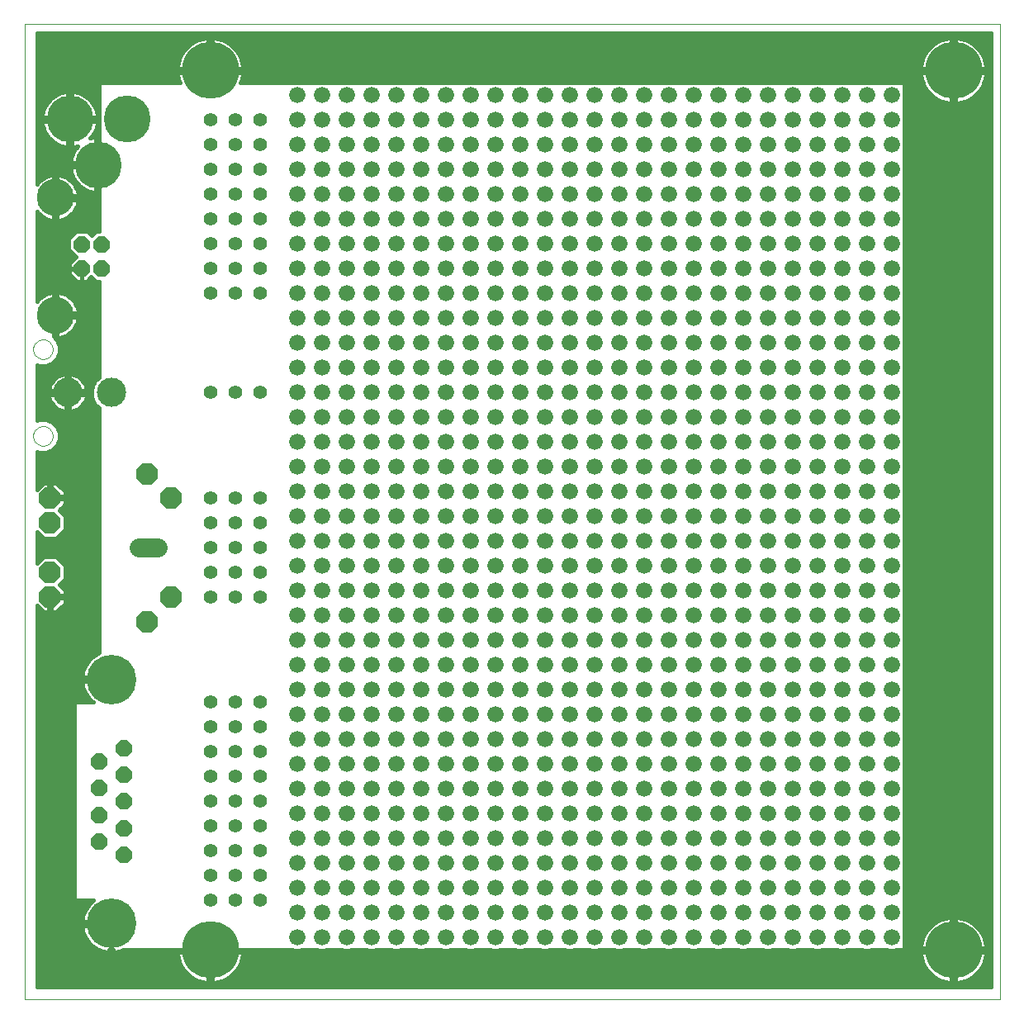
<source format=gtl>
G75*
%MOIN*%
%OFA0B0*%
%FSLAX24Y24*%
%IPPOS*%
%LPD*%
%AMOC8*
5,1,8,0,0,1.08239X$1,22.5*
%
%ADD10C,0.0000*%
%ADD11C,0.1890*%
%ADD12OC8,0.0660*%
%ADD13C,0.2000*%
%ADD14C,0.2300*%
%ADD15C,0.0560*%
%ADD16C,0.0780*%
%ADD17OC8,0.0860*%
%ADD18C,0.1500*%
%ADD19C,0.0660*%
%ADD20C,0.1181*%
%ADD21C,0.0160*%
D10*
X003680Y000100D02*
X003680Y039470D01*
X043050Y039470D01*
X043050Y000100D01*
X003680Y000100D01*
X004036Y022850D02*
X004038Y022889D01*
X004044Y022928D01*
X004054Y022966D01*
X004067Y023003D01*
X004084Y023038D01*
X004104Y023072D01*
X004128Y023103D01*
X004155Y023132D01*
X004184Y023158D01*
X004216Y023181D01*
X004250Y023201D01*
X004286Y023217D01*
X004323Y023229D01*
X004362Y023238D01*
X004401Y023243D01*
X004440Y023244D01*
X004479Y023241D01*
X004518Y023234D01*
X004555Y023223D01*
X004592Y023209D01*
X004627Y023191D01*
X004660Y023170D01*
X004691Y023145D01*
X004719Y023118D01*
X004744Y023088D01*
X004766Y023055D01*
X004785Y023021D01*
X004800Y022985D01*
X004812Y022947D01*
X004820Y022909D01*
X004824Y022870D01*
X004824Y022830D01*
X004820Y022791D01*
X004812Y022753D01*
X004800Y022715D01*
X004785Y022679D01*
X004766Y022645D01*
X004744Y022612D01*
X004719Y022582D01*
X004691Y022555D01*
X004660Y022530D01*
X004627Y022509D01*
X004592Y022491D01*
X004555Y022477D01*
X004518Y022466D01*
X004479Y022459D01*
X004440Y022456D01*
X004401Y022457D01*
X004362Y022462D01*
X004323Y022471D01*
X004286Y022483D01*
X004250Y022499D01*
X004216Y022519D01*
X004184Y022542D01*
X004155Y022568D01*
X004128Y022597D01*
X004104Y022628D01*
X004084Y022662D01*
X004067Y022697D01*
X004054Y022734D01*
X004044Y022772D01*
X004038Y022811D01*
X004036Y022850D01*
X004036Y026350D02*
X004038Y026389D01*
X004044Y026428D01*
X004054Y026466D01*
X004067Y026503D01*
X004084Y026538D01*
X004104Y026572D01*
X004128Y026603D01*
X004155Y026632D01*
X004184Y026658D01*
X004216Y026681D01*
X004250Y026701D01*
X004286Y026717D01*
X004323Y026729D01*
X004362Y026738D01*
X004401Y026743D01*
X004440Y026744D01*
X004479Y026741D01*
X004518Y026734D01*
X004555Y026723D01*
X004592Y026709D01*
X004627Y026691D01*
X004660Y026670D01*
X004691Y026645D01*
X004719Y026618D01*
X004744Y026588D01*
X004766Y026555D01*
X004785Y026521D01*
X004800Y026485D01*
X004812Y026447D01*
X004820Y026409D01*
X004824Y026370D01*
X004824Y026330D01*
X004820Y026291D01*
X004812Y026253D01*
X004800Y026215D01*
X004785Y026179D01*
X004766Y026145D01*
X004744Y026112D01*
X004719Y026082D01*
X004691Y026055D01*
X004660Y026030D01*
X004627Y026009D01*
X004592Y025991D01*
X004555Y025977D01*
X004518Y025966D01*
X004479Y025959D01*
X004440Y025956D01*
X004401Y025957D01*
X004362Y025962D01*
X004323Y025971D01*
X004286Y025983D01*
X004250Y025999D01*
X004216Y026019D01*
X004184Y026042D01*
X004155Y026068D01*
X004128Y026097D01*
X004104Y026128D01*
X004084Y026162D01*
X004067Y026197D01*
X004054Y026234D01*
X004044Y026272D01*
X004038Y026311D01*
X004036Y026350D01*
D11*
X006656Y033789D03*
X005515Y035639D03*
X007837Y035639D03*
D12*
X006784Y030592D03*
X005997Y030592D03*
X005997Y029608D03*
X006784Y029608D03*
X007680Y010260D03*
X007680Y009180D03*
X006680Y008640D03*
X006680Y007560D03*
X007680Y007020D03*
X007680Y005940D03*
X006680Y006480D03*
X007680Y008100D03*
X006680Y009720D03*
D13*
X007180Y013030D03*
X007180Y003170D03*
D14*
X011180Y002100D03*
X041180Y002100D03*
X041180Y037600D03*
X011180Y037600D03*
D15*
X011180Y035600D03*
X011180Y034600D03*
X011180Y033600D03*
X011180Y032600D03*
X011180Y031600D03*
X011180Y030600D03*
X011180Y029600D03*
X011180Y028600D03*
X012180Y028600D03*
X012180Y029600D03*
X013180Y029600D03*
X013180Y028600D03*
X013180Y030600D03*
X013180Y031600D03*
X012180Y031600D03*
X012180Y030600D03*
X012180Y032600D03*
X012180Y033600D03*
X013180Y033600D03*
X013180Y032600D03*
X013180Y034600D03*
X013180Y035600D03*
X012180Y035600D03*
X012180Y034600D03*
X012180Y024600D03*
X013180Y024600D03*
X011180Y024600D03*
X011180Y020350D03*
X011180Y019350D03*
X011180Y018350D03*
X011180Y017350D03*
X011180Y016350D03*
X012180Y016350D03*
X012180Y017350D03*
X013180Y017350D03*
X013180Y016350D03*
X013180Y018350D03*
X013180Y019350D03*
X012180Y019350D03*
X012180Y018350D03*
X012180Y020350D03*
X013180Y020350D03*
X013180Y012100D03*
X013180Y011100D03*
X012180Y011100D03*
X012180Y012100D03*
X011180Y012100D03*
X011180Y011100D03*
X011180Y010100D03*
X011180Y009100D03*
X011180Y008100D03*
X011180Y007100D03*
X011180Y006100D03*
X011180Y005100D03*
X011180Y004100D03*
X012180Y004100D03*
X012180Y005100D03*
X013180Y005100D03*
X013180Y004100D03*
X013180Y006100D03*
X013180Y007100D03*
X012180Y007100D03*
X012180Y006100D03*
X012180Y008100D03*
X012180Y009100D03*
X013180Y009100D03*
X013180Y008100D03*
X013180Y010100D03*
X012180Y010100D03*
D16*
X009062Y018350D02*
X008282Y018350D01*
D17*
X009593Y016350D03*
X008633Y015350D03*
X004711Y016350D03*
X004711Y017350D03*
X004711Y019350D03*
X004711Y020350D03*
X008633Y021311D03*
X009593Y020350D03*
D18*
X004930Y027730D03*
X004930Y032470D03*
D19*
X014680Y032600D03*
X014680Y033600D03*
X015680Y033600D03*
X015680Y032600D03*
X016680Y032600D03*
X016680Y033600D03*
X017680Y033600D03*
X017680Y032600D03*
X017680Y031600D03*
X017680Y030600D03*
X016680Y030600D03*
X016680Y031600D03*
X015680Y031600D03*
X015680Y030600D03*
X014680Y030600D03*
X014680Y031600D03*
X014680Y029600D03*
X014680Y028600D03*
X015680Y028600D03*
X015680Y029600D03*
X016680Y029600D03*
X016680Y028600D03*
X017680Y028600D03*
X017680Y029600D03*
X018680Y029600D03*
X018680Y028600D03*
X019680Y028600D03*
X019680Y029600D03*
X020680Y029600D03*
X020680Y028600D03*
X020680Y027600D03*
X020680Y026600D03*
X019680Y026600D03*
X019680Y027600D03*
X018680Y027600D03*
X018680Y026600D03*
X018680Y025600D03*
X018680Y024600D03*
X019680Y024600D03*
X019680Y025600D03*
X020680Y025600D03*
X020680Y024600D03*
X020680Y023600D03*
X020680Y022600D03*
X019680Y022600D03*
X019680Y023600D03*
X018680Y023600D03*
X018680Y022600D03*
X018680Y021600D03*
X018680Y020600D03*
X019680Y020600D03*
X019680Y021600D03*
X020680Y021600D03*
X020680Y020600D03*
X020680Y019600D03*
X020680Y018600D03*
X019680Y018600D03*
X019680Y019600D03*
X018680Y019600D03*
X018680Y018600D03*
X018680Y017600D03*
X019680Y017600D03*
X020680Y017600D03*
X020680Y016600D03*
X020680Y015600D03*
X019680Y015600D03*
X019680Y016600D03*
X018680Y016600D03*
X018680Y015600D03*
X018680Y014600D03*
X018680Y013600D03*
X019680Y013600D03*
X019680Y014600D03*
X020680Y014600D03*
X020680Y013600D03*
X020680Y012600D03*
X020680Y011600D03*
X019680Y011600D03*
X019680Y012600D03*
X018680Y012600D03*
X018680Y011600D03*
X018680Y010600D03*
X018680Y009600D03*
X019680Y009600D03*
X019680Y010600D03*
X020680Y010600D03*
X020680Y009600D03*
X020680Y008600D03*
X020680Y007600D03*
X019680Y007600D03*
X019680Y008600D03*
X018680Y008600D03*
X018680Y007600D03*
X018680Y006600D03*
X018680Y005600D03*
X019680Y005600D03*
X019680Y006600D03*
X020680Y006600D03*
X020680Y005600D03*
X020680Y004600D03*
X020680Y003600D03*
X019680Y003600D03*
X019680Y004600D03*
X018680Y004600D03*
X018680Y003600D03*
X018680Y002600D03*
X019680Y002600D03*
X020680Y002600D03*
X021680Y002600D03*
X022680Y002600D03*
X023680Y002600D03*
X023680Y003600D03*
X023680Y004600D03*
X022680Y004600D03*
X022680Y003600D03*
X021680Y003600D03*
X021680Y004600D03*
X021680Y005600D03*
X021680Y006600D03*
X022680Y006600D03*
X022680Y005600D03*
X023680Y005600D03*
X023680Y006600D03*
X023680Y007600D03*
X023680Y008600D03*
X022680Y008600D03*
X022680Y007600D03*
X021680Y007600D03*
X021680Y008600D03*
X021680Y009600D03*
X021680Y010600D03*
X022680Y010600D03*
X022680Y009600D03*
X023680Y009600D03*
X023680Y010600D03*
X023680Y011600D03*
X023680Y012600D03*
X022680Y012600D03*
X022680Y011600D03*
X021680Y011600D03*
X021680Y012600D03*
X021680Y013600D03*
X021680Y014600D03*
X022680Y014600D03*
X022680Y013600D03*
X023680Y013600D03*
X023680Y014600D03*
X023680Y015600D03*
X023680Y016600D03*
X022680Y016600D03*
X022680Y015600D03*
X021680Y015600D03*
X021680Y016600D03*
X021680Y017600D03*
X022680Y017600D03*
X023680Y017600D03*
X023680Y018600D03*
X023680Y019600D03*
X022680Y019600D03*
X022680Y018600D03*
X021680Y018600D03*
X021680Y019600D03*
X021680Y020600D03*
X021680Y021600D03*
X022680Y021600D03*
X022680Y020600D03*
X023680Y020600D03*
X023680Y021600D03*
X023680Y022600D03*
X023680Y023600D03*
X022680Y023600D03*
X022680Y022600D03*
X021680Y022600D03*
X021680Y023600D03*
X021680Y024600D03*
X021680Y025600D03*
X022680Y025600D03*
X022680Y024600D03*
X023680Y024600D03*
X023680Y025600D03*
X023680Y026600D03*
X023680Y027600D03*
X022680Y027600D03*
X022680Y026600D03*
X021680Y026600D03*
X021680Y027600D03*
X021680Y028600D03*
X021680Y029600D03*
X022680Y029600D03*
X022680Y028600D03*
X023680Y028600D03*
X023680Y029600D03*
X023680Y030600D03*
X023680Y031600D03*
X022680Y031600D03*
X022680Y030600D03*
X021680Y030600D03*
X021680Y031600D03*
X021680Y032600D03*
X021680Y033600D03*
X022680Y033600D03*
X022680Y032600D03*
X023680Y032600D03*
X023680Y033600D03*
X023680Y034600D03*
X023680Y035600D03*
X022680Y035600D03*
X022680Y034600D03*
X021680Y034600D03*
X021680Y035600D03*
X021680Y036600D03*
X022680Y036600D03*
X023680Y036600D03*
X024680Y036600D03*
X025680Y036600D03*
X026680Y036600D03*
X026680Y035600D03*
X026680Y034600D03*
X025680Y034600D03*
X025680Y035600D03*
X024680Y035600D03*
X024680Y034600D03*
X024680Y033600D03*
X024680Y032600D03*
X025680Y032600D03*
X025680Y033600D03*
X026680Y033600D03*
X026680Y032600D03*
X026680Y031600D03*
X026680Y030600D03*
X025680Y030600D03*
X025680Y031600D03*
X024680Y031600D03*
X024680Y030600D03*
X024680Y029600D03*
X024680Y028600D03*
X025680Y028600D03*
X025680Y029600D03*
X026680Y029600D03*
X026680Y028600D03*
X026680Y027600D03*
X026680Y026600D03*
X025680Y026600D03*
X025680Y027600D03*
X024680Y027600D03*
X024680Y026600D03*
X024680Y025600D03*
X024680Y024600D03*
X025680Y024600D03*
X025680Y025600D03*
X026680Y025600D03*
X026680Y024600D03*
X026680Y023600D03*
X026680Y022600D03*
X025680Y022600D03*
X025680Y023600D03*
X024680Y023600D03*
X024680Y022600D03*
X024680Y021600D03*
X024680Y020600D03*
X025680Y020600D03*
X025680Y021600D03*
X026680Y021600D03*
X026680Y020600D03*
X026680Y019600D03*
X026680Y018600D03*
X025680Y018600D03*
X025680Y019600D03*
X024680Y019600D03*
X024680Y018600D03*
X024680Y017600D03*
X025680Y017600D03*
X026680Y017600D03*
X026680Y016600D03*
X026680Y015600D03*
X025680Y015600D03*
X025680Y016600D03*
X024680Y016600D03*
X024680Y015600D03*
X024680Y014600D03*
X024680Y013600D03*
X025680Y013600D03*
X025680Y014600D03*
X026680Y014600D03*
X026680Y013600D03*
X026680Y012600D03*
X026680Y011600D03*
X025680Y011600D03*
X025680Y012600D03*
X024680Y012600D03*
X024680Y011600D03*
X024680Y010600D03*
X024680Y009600D03*
X025680Y009600D03*
X025680Y010600D03*
X026680Y010600D03*
X026680Y009600D03*
X026680Y008600D03*
X026680Y007600D03*
X025680Y007600D03*
X025680Y008600D03*
X024680Y008600D03*
X024680Y007600D03*
X024680Y006600D03*
X024680Y005600D03*
X025680Y005600D03*
X025680Y006600D03*
X026680Y006600D03*
X026680Y005600D03*
X026680Y004600D03*
X026680Y003600D03*
X025680Y003600D03*
X025680Y004600D03*
X024680Y004600D03*
X024680Y003600D03*
X024680Y002600D03*
X025680Y002600D03*
X026680Y002600D03*
X027680Y002600D03*
X028680Y002600D03*
X029680Y002600D03*
X029680Y003600D03*
X029680Y004600D03*
X028680Y004600D03*
X028680Y003600D03*
X027680Y003600D03*
X027680Y004600D03*
X027680Y005600D03*
X027680Y006600D03*
X028680Y006600D03*
X028680Y005600D03*
X029680Y005600D03*
X029680Y006600D03*
X029680Y007600D03*
X029680Y008600D03*
X028680Y008600D03*
X028680Y007600D03*
X027680Y007600D03*
X027680Y008600D03*
X027680Y009600D03*
X027680Y010600D03*
X028680Y010600D03*
X028680Y009600D03*
X029680Y009600D03*
X029680Y010600D03*
X029680Y011600D03*
X029680Y012600D03*
X028680Y012600D03*
X028680Y011600D03*
X027680Y011600D03*
X027680Y012600D03*
X027680Y013600D03*
X027680Y014600D03*
X028680Y014600D03*
X028680Y013600D03*
X029680Y013600D03*
X029680Y014600D03*
X029680Y015600D03*
X029680Y016600D03*
X028680Y016600D03*
X028680Y015600D03*
X027680Y015600D03*
X027680Y016600D03*
X027680Y017600D03*
X028680Y017600D03*
X029680Y017600D03*
X029680Y018600D03*
X029680Y019600D03*
X028680Y019600D03*
X028680Y018600D03*
X027680Y018600D03*
X027680Y019600D03*
X027680Y020600D03*
X027680Y021600D03*
X028680Y021600D03*
X028680Y020600D03*
X029680Y020600D03*
X029680Y021600D03*
X029680Y022600D03*
X029680Y023600D03*
X028680Y023600D03*
X028680Y022600D03*
X027680Y022600D03*
X027680Y023600D03*
X027680Y024600D03*
X027680Y025600D03*
X028680Y025600D03*
X028680Y024600D03*
X029680Y024600D03*
X029680Y025600D03*
X029680Y026600D03*
X029680Y027600D03*
X028680Y027600D03*
X028680Y026600D03*
X027680Y026600D03*
X027680Y027600D03*
X027680Y028600D03*
X027680Y029600D03*
X028680Y029600D03*
X028680Y028600D03*
X029680Y028600D03*
X029680Y029600D03*
X029680Y030600D03*
X029680Y031600D03*
X028680Y031600D03*
X028680Y030600D03*
X027680Y030600D03*
X027680Y031600D03*
X027680Y032600D03*
X027680Y033600D03*
X028680Y033600D03*
X028680Y032600D03*
X029680Y032600D03*
X029680Y033600D03*
X029680Y034600D03*
X029680Y035600D03*
X028680Y035600D03*
X028680Y034600D03*
X027680Y034600D03*
X027680Y035600D03*
X027680Y036600D03*
X028680Y036600D03*
X029680Y036600D03*
X030680Y036600D03*
X031680Y036600D03*
X032680Y036600D03*
X032680Y035600D03*
X032680Y034600D03*
X031680Y034600D03*
X031680Y035600D03*
X030680Y035600D03*
X030680Y034600D03*
X030680Y033600D03*
X030680Y032600D03*
X031680Y032600D03*
X031680Y033600D03*
X032680Y033600D03*
X032680Y032600D03*
X032680Y031600D03*
X032680Y030600D03*
X031680Y030600D03*
X031680Y031600D03*
X030680Y031600D03*
X030680Y030600D03*
X030680Y029600D03*
X030680Y028600D03*
X031680Y028600D03*
X031680Y029600D03*
X032680Y029600D03*
X032680Y028600D03*
X032680Y027600D03*
X032680Y026600D03*
X031680Y026600D03*
X031680Y027600D03*
X030680Y027600D03*
X030680Y026600D03*
X030680Y025600D03*
X030680Y024600D03*
X031680Y024600D03*
X031680Y025600D03*
X032680Y025600D03*
X032680Y024600D03*
X032680Y023600D03*
X032680Y022600D03*
X031680Y022600D03*
X031680Y023600D03*
X030680Y023600D03*
X030680Y022600D03*
X030680Y021600D03*
X030680Y020600D03*
X031680Y020600D03*
X031680Y021600D03*
X032680Y021600D03*
X032680Y020600D03*
X032680Y019600D03*
X032680Y018600D03*
X031680Y018600D03*
X031680Y019600D03*
X030680Y019600D03*
X030680Y018600D03*
X030680Y017600D03*
X031680Y017600D03*
X032680Y017600D03*
X032680Y016600D03*
X032680Y015600D03*
X031680Y015600D03*
X031680Y016600D03*
X030680Y016600D03*
X030680Y015600D03*
X030680Y014600D03*
X030680Y013600D03*
X031680Y013600D03*
X031680Y014600D03*
X032680Y014600D03*
X032680Y013600D03*
X032680Y012600D03*
X032680Y011600D03*
X031680Y011600D03*
X031680Y012600D03*
X030680Y012600D03*
X030680Y011600D03*
X030680Y010600D03*
X030680Y009600D03*
X031680Y009600D03*
X031680Y010600D03*
X032680Y010600D03*
X032680Y009600D03*
X032680Y008600D03*
X032680Y007600D03*
X031680Y007600D03*
X031680Y008600D03*
X030680Y008600D03*
X030680Y007600D03*
X030680Y006600D03*
X030680Y005600D03*
X031680Y005600D03*
X031680Y006600D03*
X032680Y006600D03*
X032680Y005600D03*
X032680Y004600D03*
X032680Y003600D03*
X031680Y003600D03*
X031680Y004600D03*
X030680Y004600D03*
X030680Y003600D03*
X030680Y002600D03*
X031680Y002600D03*
X032680Y002600D03*
X033680Y002600D03*
X034680Y002600D03*
X035680Y002600D03*
X035680Y003600D03*
X035680Y004600D03*
X034680Y004600D03*
X034680Y003600D03*
X033680Y003600D03*
X033680Y004600D03*
X033680Y005600D03*
X033680Y006600D03*
X034680Y006600D03*
X034680Y005600D03*
X035680Y005600D03*
X035680Y006600D03*
X035680Y007600D03*
X035680Y008600D03*
X034680Y008600D03*
X034680Y007600D03*
X033680Y007600D03*
X033680Y008600D03*
X033680Y009600D03*
X033680Y010600D03*
X034680Y010600D03*
X034680Y009600D03*
X035680Y009600D03*
X035680Y010600D03*
X035680Y011600D03*
X035680Y012600D03*
X034680Y012600D03*
X034680Y011600D03*
X033680Y011600D03*
X033680Y012600D03*
X033680Y013600D03*
X033680Y014600D03*
X034680Y014600D03*
X034680Y013600D03*
X035680Y013600D03*
X035680Y014600D03*
X035680Y015600D03*
X035680Y016600D03*
X034680Y016600D03*
X034680Y015600D03*
X033680Y015600D03*
X033680Y016600D03*
X033680Y017600D03*
X034680Y017600D03*
X035680Y017600D03*
X035680Y018600D03*
X035680Y019600D03*
X034680Y019600D03*
X034680Y018600D03*
X033680Y018600D03*
X033680Y019600D03*
X033680Y020600D03*
X033680Y021600D03*
X034680Y021600D03*
X034680Y020600D03*
X035680Y020600D03*
X035680Y021600D03*
X035680Y022600D03*
X035680Y023600D03*
X034680Y023600D03*
X034680Y022600D03*
X033680Y022600D03*
X033680Y023600D03*
X033680Y024600D03*
X033680Y025600D03*
X034680Y025600D03*
X034680Y024600D03*
X035680Y024600D03*
X035680Y025600D03*
X035680Y026600D03*
X035680Y027600D03*
X034680Y027600D03*
X034680Y026600D03*
X033680Y026600D03*
X033680Y027600D03*
X033680Y028600D03*
X033680Y029600D03*
X034680Y029600D03*
X034680Y028600D03*
X035680Y028600D03*
X035680Y029600D03*
X035680Y030600D03*
X035680Y031600D03*
X034680Y031600D03*
X034680Y030600D03*
X033680Y030600D03*
X033680Y031600D03*
X033680Y032600D03*
X033680Y033600D03*
X034680Y033600D03*
X034680Y032600D03*
X035680Y032600D03*
X035680Y033600D03*
X035680Y034600D03*
X035680Y035600D03*
X034680Y035600D03*
X034680Y034600D03*
X033680Y034600D03*
X033680Y035600D03*
X033680Y036600D03*
X034680Y036600D03*
X035680Y036600D03*
X036680Y036600D03*
X037680Y036600D03*
X038680Y036600D03*
X038680Y035600D03*
X038680Y034600D03*
X037680Y034600D03*
X037680Y035600D03*
X036680Y035600D03*
X036680Y034600D03*
X036680Y033600D03*
X036680Y032600D03*
X037680Y032600D03*
X037680Y033600D03*
X038680Y033600D03*
X038680Y032600D03*
X038680Y031600D03*
X038680Y030600D03*
X037680Y030600D03*
X037680Y031600D03*
X036680Y031600D03*
X036680Y030600D03*
X036680Y029600D03*
X036680Y028600D03*
X037680Y028600D03*
X037680Y029600D03*
X038680Y029600D03*
X038680Y028600D03*
X038680Y027600D03*
X038680Y026600D03*
X037680Y026600D03*
X037680Y027600D03*
X036680Y027600D03*
X036680Y026600D03*
X036680Y025600D03*
X036680Y024600D03*
X037680Y024600D03*
X037680Y025600D03*
X038680Y025600D03*
X038680Y024600D03*
X038680Y023600D03*
X038680Y022600D03*
X037680Y022600D03*
X037680Y023600D03*
X036680Y023600D03*
X036680Y022600D03*
X036680Y021600D03*
X036680Y020600D03*
X037680Y020600D03*
X037680Y021600D03*
X038680Y021600D03*
X038680Y020600D03*
X038680Y019600D03*
X038680Y018600D03*
X037680Y018600D03*
X037680Y019600D03*
X036680Y019600D03*
X036680Y018600D03*
X036680Y017600D03*
X037680Y017600D03*
X038680Y017600D03*
X038680Y016600D03*
X038680Y015600D03*
X037680Y015600D03*
X037680Y016600D03*
X036680Y016600D03*
X036680Y015600D03*
X036680Y014600D03*
X036680Y013600D03*
X037680Y013600D03*
X037680Y014600D03*
X038680Y014600D03*
X038680Y013600D03*
X038680Y012600D03*
X038680Y011600D03*
X037680Y011600D03*
X037680Y012600D03*
X036680Y012600D03*
X036680Y011600D03*
X036680Y010600D03*
X036680Y009600D03*
X037680Y009600D03*
X037680Y010600D03*
X038680Y010600D03*
X038680Y009600D03*
X038680Y008600D03*
X038680Y007600D03*
X037680Y007600D03*
X037680Y008600D03*
X036680Y008600D03*
X036680Y007600D03*
X036680Y006600D03*
X036680Y005600D03*
X037680Y005600D03*
X037680Y006600D03*
X038680Y006600D03*
X038680Y005600D03*
X038680Y004600D03*
X038680Y003600D03*
X037680Y003600D03*
X037680Y004600D03*
X036680Y004600D03*
X036680Y003600D03*
X036680Y002600D03*
X037680Y002600D03*
X038680Y002600D03*
X017680Y002600D03*
X016680Y002600D03*
X015680Y002600D03*
X014680Y002600D03*
X014680Y003600D03*
X014680Y004600D03*
X015680Y004600D03*
X015680Y003600D03*
X016680Y003600D03*
X016680Y004600D03*
X017680Y004600D03*
X017680Y003600D03*
X017680Y005600D03*
X017680Y006600D03*
X016680Y006600D03*
X016680Y005600D03*
X015680Y005600D03*
X015680Y006600D03*
X014680Y006600D03*
X014680Y005600D03*
X014680Y007600D03*
X014680Y008600D03*
X015680Y008600D03*
X015680Y007600D03*
X016680Y007600D03*
X016680Y008600D03*
X017680Y008600D03*
X017680Y007600D03*
X017680Y009600D03*
X017680Y010600D03*
X016680Y010600D03*
X016680Y009600D03*
X015680Y009600D03*
X015680Y010600D03*
X014680Y010600D03*
X014680Y009600D03*
X014680Y011600D03*
X014680Y012600D03*
X015680Y012600D03*
X015680Y011600D03*
X016680Y011600D03*
X016680Y012600D03*
X017680Y012600D03*
X017680Y011600D03*
X017680Y013600D03*
X017680Y014600D03*
X016680Y014600D03*
X016680Y013600D03*
X015680Y013600D03*
X015680Y014600D03*
X014680Y014600D03*
X014680Y013600D03*
X014680Y015600D03*
X014680Y016600D03*
X015680Y016600D03*
X015680Y015600D03*
X016680Y015600D03*
X016680Y016600D03*
X017680Y016600D03*
X017680Y015600D03*
X017680Y017600D03*
X016680Y017600D03*
X015680Y017600D03*
X014680Y017600D03*
X014680Y018600D03*
X014680Y019600D03*
X015680Y019600D03*
X015680Y018600D03*
X016680Y018600D03*
X016680Y019600D03*
X017680Y019600D03*
X017680Y018600D03*
X017680Y020600D03*
X017680Y021600D03*
X016680Y021600D03*
X016680Y020600D03*
X015680Y020600D03*
X015680Y021600D03*
X014680Y021600D03*
X014680Y020600D03*
X014680Y022600D03*
X014680Y023600D03*
X015680Y023600D03*
X015680Y022600D03*
X016680Y022600D03*
X016680Y023600D03*
X017680Y023600D03*
X017680Y022600D03*
X017680Y024600D03*
X017680Y025600D03*
X016680Y025600D03*
X016680Y024600D03*
X015680Y024600D03*
X015680Y025600D03*
X014680Y025600D03*
X014680Y024600D03*
X014680Y026600D03*
X014680Y027600D03*
X015680Y027600D03*
X015680Y026600D03*
X016680Y026600D03*
X016680Y027600D03*
X017680Y027600D03*
X017680Y026600D03*
X018680Y030600D03*
X018680Y031600D03*
X019680Y031600D03*
X019680Y030600D03*
X020680Y030600D03*
X020680Y031600D03*
X020680Y032600D03*
X020680Y033600D03*
X019680Y033600D03*
X019680Y032600D03*
X018680Y032600D03*
X018680Y033600D03*
X018680Y034600D03*
X018680Y035600D03*
X019680Y035600D03*
X019680Y034600D03*
X020680Y034600D03*
X020680Y035600D03*
X020680Y036600D03*
X019680Y036600D03*
X018680Y036600D03*
X017680Y036600D03*
X016680Y036600D03*
X015680Y036600D03*
X014680Y036600D03*
X014680Y035600D03*
X014680Y034600D03*
X015680Y034600D03*
X015680Y035600D03*
X016680Y035600D03*
X016680Y034600D03*
X017680Y034600D03*
X017680Y035600D03*
D20*
X007180Y024600D03*
X005430Y024600D03*
D21*
X005510Y024668D02*
X006389Y024668D01*
X006389Y024757D02*
X006389Y024443D01*
X006510Y024152D01*
X006680Y023982D01*
X006680Y014099D01*
X006608Y014064D01*
X006496Y013994D01*
X006392Y013911D01*
X006299Y013818D01*
X006216Y013714D01*
X006146Y013602D01*
X006088Y013482D01*
X006044Y013357D01*
X006015Y013228D01*
X006002Y013110D01*
X006680Y013110D01*
X006680Y012950D01*
X006002Y012950D01*
X006015Y012832D01*
X006044Y012703D01*
X006088Y012578D01*
X006146Y012458D01*
X006216Y012346D01*
X006299Y012242D01*
X006392Y012149D01*
X006454Y012100D01*
X005680Y012100D01*
X005680Y004100D01*
X006454Y004100D01*
X006392Y004051D01*
X006299Y003958D01*
X006216Y003854D01*
X006146Y003742D01*
X006088Y003622D01*
X006044Y003497D01*
X006015Y003368D01*
X006002Y003250D01*
X006680Y003250D01*
X006680Y003090D01*
X006002Y003090D01*
X006015Y002972D01*
X006044Y002843D01*
X006088Y002718D01*
X006146Y002598D01*
X006216Y002486D01*
X006299Y002382D01*
X006392Y002289D01*
X006496Y002206D01*
X006608Y002136D01*
X006680Y002101D01*
X006680Y002100D01*
X006682Y002100D01*
X006728Y002078D01*
X006853Y002034D01*
X006982Y002005D01*
X007100Y001992D01*
X007100Y002100D01*
X007260Y002100D01*
X007260Y001992D01*
X007378Y002005D01*
X007507Y002034D01*
X007632Y002078D01*
X007678Y002100D01*
X011100Y002100D01*
X011100Y002020D01*
X011260Y002020D01*
X011260Y002100D01*
X014502Y002100D01*
X014575Y002070D01*
X014785Y002070D01*
X014858Y002100D01*
X015502Y002100D01*
X015575Y002070D01*
X015785Y002070D01*
X015858Y002100D01*
X016502Y002100D01*
X016575Y002070D01*
X016785Y002070D01*
X016858Y002100D01*
X017502Y002100D01*
X017575Y002070D01*
X017785Y002070D01*
X017858Y002100D01*
X018502Y002100D01*
X018575Y002070D01*
X018785Y002070D01*
X018858Y002100D01*
X019502Y002100D01*
X019575Y002070D01*
X019785Y002070D01*
X019858Y002100D01*
X020502Y002100D01*
X020575Y002070D01*
X020785Y002070D01*
X020858Y002100D01*
X021502Y002100D01*
X021575Y002070D01*
X021785Y002070D01*
X021858Y002100D01*
X022502Y002100D01*
X022575Y002070D01*
X022785Y002070D01*
X022858Y002100D01*
X023502Y002100D01*
X023575Y002070D01*
X023785Y002070D01*
X023858Y002100D01*
X024502Y002100D01*
X024575Y002070D01*
X024785Y002070D01*
X024858Y002100D01*
X025502Y002100D01*
X025575Y002070D01*
X025785Y002070D01*
X025858Y002100D01*
X026502Y002100D01*
X026575Y002070D01*
X026785Y002070D01*
X026858Y002100D01*
X027502Y002100D01*
X027575Y002070D01*
X027785Y002070D01*
X027858Y002100D01*
X028502Y002100D01*
X028575Y002070D01*
X028785Y002070D01*
X028858Y002100D01*
X029502Y002100D01*
X029575Y002070D01*
X029785Y002070D01*
X029858Y002100D01*
X030502Y002100D01*
X030575Y002070D01*
X030785Y002070D01*
X030858Y002100D01*
X031502Y002100D01*
X031575Y002070D01*
X031785Y002070D01*
X031858Y002100D01*
X032502Y002100D01*
X032575Y002070D01*
X032785Y002070D01*
X032858Y002100D01*
X033502Y002100D01*
X033575Y002070D01*
X033785Y002070D01*
X033858Y002100D01*
X034502Y002100D01*
X034575Y002070D01*
X034785Y002070D01*
X034858Y002100D01*
X035502Y002100D01*
X035575Y002070D01*
X035785Y002070D01*
X035858Y002100D01*
X036502Y002100D01*
X036575Y002070D01*
X036785Y002070D01*
X036858Y002100D01*
X037502Y002100D01*
X037575Y002070D01*
X037785Y002070D01*
X037858Y002100D01*
X038502Y002100D01*
X038575Y002070D01*
X038785Y002070D01*
X038858Y002100D01*
X041100Y002100D01*
X041100Y002020D01*
X041260Y002020D01*
X041260Y002180D01*
X042509Y002180D01*
X042497Y002295D01*
X042472Y002424D01*
X042434Y002549D01*
X042384Y002669D01*
X042322Y002785D01*
X042250Y002893D01*
X042167Y002994D01*
X042074Y003087D01*
X041973Y003170D01*
X041865Y003242D01*
X041749Y003304D01*
X041629Y003354D01*
X041504Y003392D01*
X041375Y003417D01*
X041260Y003429D01*
X041260Y002180D01*
X041100Y002180D01*
X041100Y003429D01*
X040985Y003417D01*
X040856Y003392D01*
X040731Y003354D01*
X040611Y003304D01*
X040495Y003242D01*
X040387Y003170D01*
X040286Y003087D01*
X040193Y002994D01*
X040110Y002893D01*
X040038Y002785D01*
X039976Y002669D01*
X039926Y002549D01*
X039888Y002424D01*
X039863Y002295D01*
X039851Y002180D01*
X041100Y002180D01*
X041100Y002020D01*
X041100Y000771D01*
X040985Y000783D01*
X040856Y000808D01*
X040731Y000846D01*
X040611Y000896D01*
X040495Y000958D01*
X040387Y001030D01*
X040286Y001113D01*
X040193Y001206D01*
X040110Y001307D01*
X040038Y001415D01*
X039976Y001531D01*
X039926Y001651D01*
X039888Y001776D01*
X039863Y001905D01*
X039851Y002020D01*
X041100Y002020D01*
X041260Y002020D01*
X042509Y002020D01*
X042497Y001905D01*
X042472Y001776D01*
X042434Y001651D01*
X042384Y001531D01*
X042322Y001415D01*
X042250Y001307D01*
X042167Y001206D01*
X042074Y001113D01*
X041973Y001030D01*
X041865Y000958D01*
X041749Y000896D01*
X041629Y000846D01*
X041504Y000808D01*
X041375Y000783D01*
X041260Y000771D01*
X041260Y002020D01*
X041260Y002100D01*
X042680Y002100D01*
X042680Y000600D01*
X039180Y000600D01*
X039180Y002422D01*
X039210Y002495D01*
X039210Y002705D01*
X039180Y002778D01*
X039180Y003422D01*
X039210Y003495D01*
X039210Y003705D01*
X039180Y003778D01*
X039180Y004422D01*
X039210Y004495D01*
X039210Y004705D01*
X039180Y004778D01*
X039180Y005422D01*
X039210Y005495D01*
X039210Y005705D01*
X039180Y005778D01*
X039180Y006422D01*
X039210Y006495D01*
X039210Y006705D01*
X039180Y006778D01*
X039180Y007422D01*
X039210Y007495D01*
X039210Y007705D01*
X039180Y007778D01*
X039180Y008422D01*
X039210Y008495D01*
X039210Y008705D01*
X039180Y008778D01*
X039180Y009422D01*
X039210Y009495D01*
X039210Y009705D01*
X039180Y009778D01*
X039180Y010422D01*
X039210Y010495D01*
X039210Y010705D01*
X039180Y010778D01*
X039180Y011422D01*
X039210Y011495D01*
X039210Y011705D01*
X039180Y011778D01*
X039180Y012422D01*
X039210Y012495D01*
X039210Y012705D01*
X039180Y012778D01*
X039180Y013422D01*
X039210Y013495D01*
X039210Y013705D01*
X039180Y013778D01*
X039180Y014422D01*
X039210Y014495D01*
X039210Y014705D01*
X039180Y014778D01*
X039180Y015422D01*
X039210Y015495D01*
X039210Y015705D01*
X039180Y015778D01*
X039180Y016422D01*
X039210Y016495D01*
X039210Y016705D01*
X039180Y016778D01*
X039180Y017422D01*
X039210Y017495D01*
X039210Y017705D01*
X039180Y017778D01*
X039180Y018422D01*
X039210Y018495D01*
X039210Y018705D01*
X039180Y018778D01*
X039180Y019422D01*
X039210Y019495D01*
X039210Y019705D01*
X039180Y019778D01*
X039180Y020422D01*
X039210Y020495D01*
X039210Y020705D01*
X042680Y020705D01*
X042680Y020547D02*
X039210Y020547D01*
X039210Y020705D02*
X039180Y020778D01*
X039180Y021422D01*
X039210Y021495D01*
X039210Y021705D01*
X039180Y021778D01*
X039180Y022422D01*
X039210Y022495D01*
X039210Y022705D01*
X039180Y022778D01*
X039180Y023422D01*
X039210Y023495D01*
X039210Y023705D01*
X039180Y023778D01*
X039180Y024422D01*
X039210Y024495D01*
X039210Y024705D01*
X039180Y024778D01*
X039180Y025422D01*
X039210Y025495D01*
X039210Y025705D01*
X039180Y025778D01*
X039180Y026422D01*
X039210Y026495D01*
X039210Y026705D01*
X039180Y026778D01*
X039180Y027422D01*
X039210Y027495D01*
X039210Y027705D01*
X039180Y027778D01*
X039180Y028422D01*
X039210Y028495D01*
X039210Y028705D01*
X039180Y028778D01*
X039180Y029422D01*
X039210Y029495D01*
X039210Y029705D01*
X039180Y029778D01*
X039180Y030422D01*
X039210Y030495D01*
X039210Y030705D01*
X039180Y030778D01*
X039180Y031422D01*
X039210Y031495D01*
X039210Y031705D01*
X039180Y031778D01*
X039180Y032422D01*
X039210Y032495D01*
X039210Y032705D01*
X039180Y032778D01*
X039180Y033422D01*
X039210Y033495D01*
X039210Y033705D01*
X039180Y033778D01*
X039180Y034422D01*
X039210Y034495D01*
X039210Y034705D01*
X039180Y034778D01*
X039180Y035422D01*
X039210Y035495D01*
X039210Y035705D01*
X039180Y035778D01*
X039180Y036422D01*
X039210Y036495D01*
X039210Y036705D01*
X039180Y036778D01*
X039180Y039100D01*
X042680Y039100D01*
X042680Y000600D01*
X004180Y000600D01*
X004180Y016019D01*
X004459Y015740D01*
X004661Y015740D01*
X004661Y016300D01*
X004761Y016300D01*
X004761Y015740D01*
X004964Y015740D01*
X005321Y016097D01*
X005321Y016300D01*
X004762Y016300D01*
X004762Y016400D01*
X005321Y016400D01*
X005321Y016603D01*
X005088Y016836D01*
X005341Y017089D01*
X005341Y017611D01*
X004972Y017980D01*
X004451Y017980D01*
X004180Y017709D01*
X004180Y018991D01*
X004451Y018720D01*
X004972Y018720D01*
X005341Y019089D01*
X005341Y019611D01*
X005088Y019864D01*
X005321Y020097D01*
X005321Y020300D01*
X004762Y020300D01*
X004762Y020400D01*
X005321Y020400D01*
X005321Y020603D01*
X004964Y020960D01*
X004761Y020960D01*
X004761Y020400D01*
X004661Y020400D01*
X004661Y020960D01*
X004459Y020960D01*
X004180Y020681D01*
X004180Y022224D01*
X004296Y022176D01*
X004564Y022176D01*
X004812Y022279D01*
X005001Y022468D01*
X005104Y022716D01*
X005104Y022984D01*
X005001Y023232D01*
X004812Y023421D01*
X004564Y023524D01*
X004296Y023524D01*
X004180Y023476D01*
X004180Y025724D01*
X004296Y025676D01*
X004564Y025676D01*
X004812Y025779D01*
X005001Y025968D01*
X005104Y026216D01*
X005104Y026484D01*
X005001Y026732D01*
X004850Y026883D01*
X004850Y027650D01*
X005010Y027650D01*
X005010Y027810D01*
X004850Y027810D01*
X004850Y028657D01*
X004774Y028648D01*
X004672Y028625D01*
X004574Y028590D01*
X004479Y028545D01*
X004391Y028490D01*
X004309Y028424D01*
X004235Y028351D01*
X004180Y028281D01*
X004180Y031919D01*
X004235Y031849D01*
X004309Y031776D01*
X004391Y031710D01*
X004479Y031655D01*
X004574Y031610D01*
X004672Y031575D01*
X004774Y031552D01*
X004850Y031543D01*
X004850Y032390D01*
X005010Y032390D01*
X005010Y031543D01*
X005086Y031552D01*
X005188Y031575D01*
X005286Y031610D01*
X005381Y031655D01*
X005469Y031710D01*
X005551Y031776D01*
X005625Y031849D01*
X005690Y031931D01*
X005745Y032020D01*
X005791Y032114D01*
X005825Y032212D01*
X005848Y032314D01*
X005857Y032390D01*
X005010Y032390D01*
X005010Y032550D01*
X005857Y032550D01*
X005848Y032626D01*
X005825Y032728D01*
X005791Y032827D01*
X005745Y032921D01*
X005690Y033009D01*
X005625Y033091D01*
X005551Y033165D01*
X005469Y033230D01*
X005381Y033285D01*
X005286Y033331D01*
X005188Y033365D01*
X005086Y033388D01*
X005010Y033397D01*
X005010Y032550D01*
X004850Y032550D01*
X004850Y033397D01*
X004774Y033388D01*
X004672Y033365D01*
X004574Y033331D01*
X004479Y033285D01*
X004391Y033230D01*
X004309Y033165D01*
X004235Y033091D01*
X004180Y033021D01*
X004180Y039100D01*
X042680Y039100D01*
X042680Y037100D01*
X042412Y037100D01*
X042434Y037151D01*
X042472Y037276D01*
X042497Y037405D01*
X042509Y037520D01*
X041260Y037520D01*
X041260Y037680D01*
X042509Y037680D01*
X042497Y037795D01*
X042472Y037924D01*
X042434Y038049D01*
X042384Y038169D01*
X042322Y038285D01*
X042250Y038393D01*
X042167Y038494D01*
X042074Y038587D01*
X041973Y038670D01*
X041865Y038742D01*
X041749Y038804D01*
X041629Y038854D01*
X041504Y038892D01*
X041375Y038917D01*
X041260Y038929D01*
X041260Y037680D01*
X041100Y037680D01*
X041100Y038929D01*
X040985Y038917D01*
X040856Y038892D01*
X040731Y038854D01*
X040611Y038804D01*
X040495Y038742D01*
X040387Y038670D01*
X040286Y038587D01*
X040193Y038494D01*
X040110Y038393D01*
X040038Y038285D01*
X039976Y038169D01*
X039926Y038049D01*
X039888Y037924D01*
X039863Y037795D01*
X039851Y037680D01*
X041100Y037680D01*
X041100Y038929D01*
X040985Y038917D01*
X040856Y038892D01*
X040731Y038854D01*
X040611Y038804D01*
X040495Y038742D01*
X040387Y038670D01*
X040286Y038587D01*
X040193Y038494D01*
X040110Y038393D01*
X040038Y038285D01*
X039976Y038169D01*
X039926Y038049D01*
X039888Y037924D01*
X039863Y037795D01*
X039851Y037680D01*
X041100Y037680D01*
X041260Y037680D01*
X041260Y038929D01*
X041375Y038917D01*
X041504Y038892D01*
X041629Y038854D01*
X041749Y038804D01*
X041865Y038742D01*
X041973Y038670D01*
X042074Y038587D01*
X042167Y038494D01*
X042250Y038393D01*
X042322Y038285D01*
X042384Y038169D01*
X042434Y038049D01*
X042472Y037924D01*
X042497Y037795D01*
X042509Y037680D01*
X041260Y037680D01*
X041260Y037520D01*
X042509Y037520D01*
X042497Y037405D01*
X042472Y037276D01*
X042434Y037151D01*
X042384Y037031D01*
X042322Y036915D01*
X042250Y036807D01*
X042167Y036706D01*
X042074Y036613D01*
X041973Y036530D01*
X041865Y036458D01*
X041749Y036396D01*
X041629Y036346D01*
X041504Y036308D01*
X041375Y036283D01*
X041260Y036271D01*
X041260Y037520D01*
X041100Y037520D01*
X041100Y036271D01*
X040985Y036283D01*
X040856Y036308D01*
X040731Y036346D01*
X040611Y036396D01*
X040495Y036458D01*
X040387Y036530D01*
X040286Y036613D01*
X040193Y036706D01*
X040110Y036807D01*
X040038Y036915D01*
X039976Y037031D01*
X039926Y037151D01*
X039888Y037276D01*
X039863Y037405D01*
X039851Y037520D01*
X041100Y037520D01*
X041100Y037680D01*
X041100Y037520D01*
X039851Y037520D01*
X039863Y037405D01*
X039888Y037276D01*
X039926Y037151D01*
X039948Y037100D01*
X038858Y037100D01*
X038785Y037130D01*
X038575Y037130D01*
X038502Y037100D01*
X037858Y037100D01*
X037785Y037130D01*
X037575Y037130D01*
X037502Y037100D01*
X036858Y037100D01*
X036785Y037130D01*
X036575Y037130D01*
X036502Y037100D01*
X035858Y037100D01*
X035785Y037130D01*
X035575Y037130D01*
X035502Y037100D01*
X034858Y037100D01*
X034785Y037130D01*
X034575Y037130D01*
X034502Y037100D01*
X033858Y037100D01*
X033785Y037130D01*
X033575Y037130D01*
X033502Y037100D01*
X032858Y037100D01*
X032785Y037130D01*
X032575Y037130D01*
X032502Y037100D01*
X031858Y037100D01*
X031785Y037130D01*
X031575Y037130D01*
X031502Y037100D01*
X030858Y037100D01*
X030785Y037130D01*
X030575Y037130D01*
X030502Y037100D01*
X029858Y037100D01*
X029785Y037130D01*
X029575Y037130D01*
X029502Y037100D01*
X028858Y037100D01*
X028785Y037130D01*
X028575Y037130D01*
X028502Y037100D01*
X027858Y037100D01*
X027785Y037130D01*
X027575Y037130D01*
X027502Y037100D01*
X026858Y037100D01*
X026785Y037130D01*
X026575Y037130D01*
X026502Y037100D01*
X025858Y037100D01*
X025785Y037130D01*
X025575Y037130D01*
X025502Y037100D01*
X024858Y037100D01*
X024785Y037130D01*
X024575Y037130D01*
X024502Y037100D01*
X023858Y037100D01*
X023785Y037130D01*
X023575Y037130D01*
X023502Y037100D01*
X022858Y037100D01*
X022785Y037130D01*
X022575Y037130D01*
X022502Y037100D01*
X021858Y037100D01*
X021785Y037130D01*
X021575Y037130D01*
X021502Y037100D01*
X020858Y037100D01*
X020785Y037130D01*
X020575Y037130D01*
X020502Y037100D01*
X019858Y037100D01*
X019785Y037130D01*
X019575Y037130D01*
X019502Y037100D01*
X018858Y037100D01*
X018785Y037130D01*
X018575Y037130D01*
X018502Y037100D01*
X017858Y037100D01*
X017785Y037130D01*
X017575Y037130D01*
X017502Y037100D01*
X016858Y037100D01*
X016785Y037130D01*
X016575Y037130D01*
X016502Y037100D01*
X015858Y037100D01*
X015785Y037130D01*
X015575Y037130D01*
X015502Y037100D01*
X014858Y037100D01*
X014785Y037130D01*
X014575Y037130D01*
X014502Y037100D01*
X012412Y037100D01*
X012434Y037151D01*
X012472Y037276D01*
X012497Y037405D01*
X012509Y037520D01*
X011260Y037520D01*
X011260Y037680D01*
X011100Y037680D01*
X011100Y038929D01*
X010985Y038917D01*
X010856Y038892D01*
X010731Y038854D01*
X010611Y038804D01*
X010495Y038742D01*
X010387Y038670D01*
X010286Y038587D01*
X010193Y038494D01*
X010110Y038393D01*
X010038Y038285D01*
X009976Y038169D01*
X009926Y038049D01*
X009888Y037924D01*
X009863Y037795D01*
X009851Y037680D01*
X011100Y037680D01*
X011100Y037520D01*
X009851Y037520D01*
X009863Y037405D01*
X009888Y037276D01*
X009926Y037151D01*
X009948Y037100D01*
X006680Y037100D01*
X006680Y033869D01*
X006576Y033869D01*
X006576Y033709D01*
X005533Y033709D01*
X005546Y033600D01*
X005574Y033477D01*
X005615Y033358D01*
X005670Y033244D01*
X005738Y033137D01*
X005816Y033038D01*
X005906Y032949D01*
X006004Y032870D01*
X006111Y032803D01*
X006225Y032748D01*
X006344Y032706D01*
X006468Y032678D01*
X006576Y032666D01*
X006576Y033709D01*
X006680Y033709D01*
X006680Y031122D01*
X006565Y031122D01*
X006391Y030948D01*
X006216Y031122D01*
X005777Y031122D01*
X005467Y030812D01*
X005467Y030373D01*
X005754Y030086D01*
X005487Y029819D01*
X005487Y029621D01*
X005983Y029621D01*
X005983Y029594D01*
X005487Y029594D01*
X005487Y029397D01*
X005786Y029098D01*
X005983Y029098D01*
X005983Y029594D01*
X006010Y029594D01*
X006010Y029098D01*
X006208Y029098D01*
X006376Y029266D01*
X006565Y029078D01*
X006680Y029078D01*
X006680Y025218D01*
X006510Y025048D01*
X006389Y024757D01*
X006418Y024826D02*
X006167Y024826D01*
X006161Y024848D02*
X006123Y024942D01*
X006072Y025029D01*
X006011Y025109D01*
X005939Y025181D01*
X005859Y025242D01*
X005772Y025293D01*
X005678Y025331D01*
X005581Y025357D01*
X005510Y025367D01*
X005510Y024680D01*
X006197Y024680D01*
X006187Y024751D01*
X006161Y024848D01*
X006098Y024985D02*
X006484Y024985D01*
X006605Y025143D02*
X005977Y025143D01*
X005750Y025302D02*
X006680Y025302D01*
X006680Y025460D02*
X004180Y025460D01*
X004180Y025302D02*
X005110Y025302D01*
X005088Y025293D02*
X005001Y025242D01*
X004921Y025181D01*
X004849Y025109D01*
X004788Y025029D01*
X004737Y024942D01*
X004699Y024848D01*
X004673Y024751D01*
X004663Y024680D01*
X005350Y024680D01*
X005350Y025367D01*
X005279Y025357D01*
X005182Y025331D01*
X005088Y025293D01*
X004883Y025143D02*
X004180Y025143D01*
X004180Y024985D02*
X004762Y024985D01*
X004693Y024826D02*
X004180Y024826D01*
X004180Y024668D02*
X005350Y024668D01*
X005350Y024680D02*
X005350Y024520D01*
X005510Y024520D01*
X005510Y024680D01*
X005350Y024680D01*
X005350Y024826D02*
X005510Y024826D01*
X005510Y024985D02*
X005350Y024985D01*
X005350Y025143D02*
X005510Y025143D01*
X005510Y025302D02*
X005350Y025302D01*
X004807Y025777D02*
X006680Y025777D01*
X006680Y025619D02*
X004180Y025619D01*
X004968Y025936D02*
X006680Y025936D01*
X006680Y026094D02*
X005053Y026094D01*
X005104Y026253D02*
X006680Y026253D01*
X006680Y026411D02*
X005104Y026411D01*
X005068Y026570D02*
X006680Y026570D01*
X006680Y026728D02*
X005003Y026728D01*
X005010Y026803D02*
X005086Y026812D01*
X005188Y026835D01*
X005286Y026869D01*
X005381Y026915D01*
X005469Y026970D01*
X005551Y027035D01*
X005625Y027109D01*
X005690Y027191D01*
X005745Y027279D01*
X005791Y027373D01*
X005825Y027472D01*
X005848Y027574D01*
X005857Y027650D01*
X005010Y027650D01*
X005010Y026803D01*
X005010Y026887D02*
X004850Y026887D01*
X004850Y027045D02*
X005010Y027045D01*
X005010Y027204D02*
X004850Y027204D01*
X004850Y027362D02*
X005010Y027362D01*
X005010Y027521D02*
X004850Y027521D01*
X005010Y027679D02*
X006680Y027679D01*
X006680Y027521D02*
X005836Y027521D01*
X005785Y027362D02*
X006680Y027362D01*
X006680Y027204D02*
X005698Y027204D01*
X005560Y027045D02*
X006680Y027045D01*
X006680Y026887D02*
X005322Y026887D01*
X005010Y027810D02*
X005857Y027810D01*
X005848Y027886D01*
X005825Y027988D01*
X005791Y028086D01*
X005745Y028180D01*
X005690Y028269D01*
X005625Y028351D01*
X005551Y028424D01*
X005469Y028490D01*
X005381Y028545D01*
X005286Y028590D01*
X005188Y028625D01*
X005086Y028648D01*
X005010Y028657D01*
X005010Y027810D01*
X005010Y027838D02*
X004850Y027838D01*
X004850Y027996D02*
X005010Y027996D01*
X005010Y028155D02*
X004850Y028155D01*
X004850Y028313D02*
X005010Y028313D01*
X005010Y028472D02*
X004850Y028472D01*
X004850Y028630D02*
X005010Y028630D01*
X005166Y028630D02*
X006680Y028630D01*
X006680Y028472D02*
X005492Y028472D01*
X005654Y028313D02*
X006680Y028313D01*
X006680Y028155D02*
X005758Y028155D01*
X005822Y027996D02*
X006680Y027996D01*
X006680Y027838D02*
X005854Y027838D01*
X006680Y028789D02*
X004180Y028789D01*
X004180Y028947D02*
X006680Y028947D01*
X006537Y029106D02*
X006216Y029106D01*
X006010Y029106D02*
X005983Y029106D01*
X005983Y029264D02*
X006010Y029264D01*
X006010Y029423D02*
X005983Y029423D01*
X005983Y029581D02*
X006010Y029581D01*
X006374Y029264D02*
X006379Y029264D01*
X005778Y029106D02*
X004180Y029106D01*
X004180Y029264D02*
X005620Y029264D01*
X005487Y029423D02*
X004180Y029423D01*
X004180Y029581D02*
X005487Y029581D01*
X005487Y029740D02*
X004180Y029740D01*
X004180Y029898D02*
X005566Y029898D01*
X005724Y030057D02*
X004180Y030057D01*
X004180Y030215D02*
X005624Y030215D01*
X005467Y030374D02*
X004180Y030374D01*
X004180Y030532D02*
X005467Y030532D01*
X005467Y030691D02*
X004180Y030691D01*
X004180Y030849D02*
X005504Y030849D01*
X005663Y031008D02*
X004180Y031008D01*
X004180Y031166D02*
X006680Y031166D01*
X006680Y031325D02*
X004180Y031325D01*
X004180Y031483D02*
X006680Y031483D01*
X006680Y031642D02*
X005353Y031642D01*
X005575Y031800D02*
X006680Y031800D01*
X006680Y031959D02*
X005707Y031959D01*
X005792Y032117D02*
X006680Y032117D01*
X006680Y032276D02*
X005840Y032276D01*
X005852Y032593D02*
X006680Y032593D01*
X006680Y032751D02*
X006576Y032751D01*
X006576Y032910D02*
X006680Y032910D01*
X006680Y033068D02*
X006576Y033068D01*
X006576Y033227D02*
X006680Y033227D01*
X006680Y033385D02*
X006576Y033385D01*
X006576Y033544D02*
X006680Y033544D01*
X006680Y033702D02*
X006576Y033702D01*
X006576Y033861D02*
X004180Y033861D01*
X004180Y034019D02*
X005555Y034019D01*
X005546Y033978D02*
X005533Y033869D01*
X006576Y033869D01*
X006576Y034912D01*
X006468Y034900D01*
X006344Y034872D01*
X006334Y034868D01*
X006355Y034889D01*
X006434Y034987D01*
X006501Y035094D01*
X006556Y035208D01*
X006597Y035327D01*
X006625Y035451D01*
X006638Y035559D01*
X005595Y035559D01*
X005595Y035719D01*
X006638Y035719D01*
X006625Y035828D01*
X006597Y035951D01*
X006556Y036071D01*
X006501Y036184D01*
X006434Y036291D01*
X006355Y036390D01*
X006265Y036479D01*
X006167Y036558D01*
X006060Y036625D01*
X005946Y036680D01*
X005827Y036722D01*
X005703Y036750D01*
X005595Y036762D01*
X005595Y035719D01*
X005435Y035719D01*
X005435Y035559D01*
X005595Y035559D01*
X005595Y034516D01*
X005703Y034529D01*
X005827Y034557D01*
X005837Y034560D01*
X005816Y034540D01*
X005738Y034441D01*
X005670Y034334D01*
X005615Y034220D01*
X005574Y034101D01*
X005546Y033978D01*
X005601Y034178D02*
X004180Y034178D01*
X004180Y034336D02*
X005672Y034336D01*
X005780Y034495D02*
X004180Y034495D01*
X004180Y034653D02*
X004970Y034653D01*
X005083Y034598D01*
X005203Y034557D01*
X005326Y034529D01*
X005435Y034516D01*
X005435Y035559D01*
X004392Y035559D01*
X004404Y035451D01*
X004432Y035327D01*
X004474Y035208D01*
X004529Y035094D01*
X004596Y034987D01*
X004675Y034889D01*
X004764Y034799D01*
X004863Y034721D01*
X004970Y034653D01*
X004752Y034812D02*
X004180Y034812D01*
X004180Y034970D02*
X004610Y034970D01*
X004512Y035129D02*
X004180Y035129D01*
X004180Y035287D02*
X004446Y035287D01*
X004405Y035446D02*
X004180Y035446D01*
X004180Y035604D02*
X005435Y035604D01*
X005435Y035719D02*
X004392Y035719D01*
X004404Y035828D01*
X004432Y035951D01*
X004474Y036071D01*
X004529Y036184D01*
X004596Y036291D01*
X004675Y036390D01*
X004764Y036479D01*
X004863Y036558D01*
X004970Y036625D01*
X005083Y036680D01*
X005203Y036722D01*
X005326Y036750D01*
X005435Y036762D01*
X005435Y035719D01*
X005435Y035763D02*
X005595Y035763D01*
X005595Y035921D02*
X005435Y035921D01*
X005435Y036080D02*
X005595Y036080D01*
X005595Y036238D02*
X005435Y036238D01*
X005435Y036397D02*
X005595Y036397D01*
X005595Y036555D02*
X005435Y036555D01*
X005435Y036714D02*
X005595Y036714D01*
X005851Y036714D02*
X006680Y036714D01*
X006680Y036872D02*
X004180Y036872D01*
X004180Y036714D02*
X005179Y036714D01*
X004859Y036555D02*
X004180Y036555D01*
X004180Y036397D02*
X004681Y036397D01*
X004562Y036238D02*
X004180Y036238D01*
X004180Y036080D02*
X004478Y036080D01*
X004425Y035921D02*
X004180Y035921D01*
X004180Y035763D02*
X004397Y035763D01*
X005435Y035446D02*
X005595Y035446D01*
X005595Y035604D02*
X006680Y035604D01*
X006680Y035446D02*
X006624Y035446D01*
X006583Y035287D02*
X006680Y035287D01*
X006680Y035129D02*
X006517Y035129D01*
X006420Y034970D02*
X006680Y034970D01*
X006680Y034812D02*
X006576Y034812D01*
X006576Y034653D02*
X006680Y034653D01*
X006680Y034495D02*
X006576Y034495D01*
X006576Y034336D02*
X006680Y034336D01*
X006680Y034178D02*
X006576Y034178D01*
X006576Y034019D02*
X006680Y034019D01*
X005681Y033227D02*
X005473Y033227D01*
X005606Y033385D02*
X005101Y033385D01*
X005010Y033385D02*
X004850Y033385D01*
X004759Y033385D02*
X004180Y033385D01*
X004180Y033227D02*
X004387Y033227D01*
X004217Y033068D02*
X004180Y033068D01*
X004180Y033544D02*
X005559Y033544D01*
X005534Y033702D02*
X004180Y033702D01*
X004850Y033227D02*
X005010Y033227D01*
X005010Y033068D02*
X004850Y033068D01*
X004850Y032910D02*
X005010Y032910D01*
X005010Y032751D02*
X004850Y032751D01*
X004850Y032593D02*
X005010Y032593D01*
X005010Y032434D02*
X006680Y032434D01*
X006219Y032751D02*
X005817Y032751D01*
X005751Y032910D02*
X005955Y032910D01*
X005793Y033068D02*
X005643Y033068D01*
X005010Y032276D02*
X004850Y032276D01*
X004850Y032117D02*
X005010Y032117D01*
X005010Y031959D02*
X004850Y031959D01*
X004850Y031800D02*
X005010Y031800D01*
X005010Y031642D02*
X004850Y031642D01*
X004507Y031642D02*
X004180Y031642D01*
X004180Y031800D02*
X004285Y031800D01*
X006331Y031008D02*
X006450Y031008D01*
X004694Y028630D02*
X004180Y028630D01*
X004180Y028472D02*
X004368Y028472D01*
X004206Y028313D02*
X004180Y028313D01*
X004180Y024509D02*
X004665Y024509D01*
X004663Y024520D02*
X004673Y024449D01*
X004699Y024352D01*
X004737Y024258D01*
X004788Y024171D01*
X004849Y024091D01*
X004921Y024019D01*
X005001Y023958D01*
X005088Y023907D01*
X005182Y023869D01*
X005279Y023843D01*
X005350Y023833D01*
X005350Y024520D01*
X004663Y024520D01*
X004699Y024351D02*
X004180Y024351D01*
X004180Y024192D02*
X004776Y024192D01*
X004907Y024034D02*
X004180Y024034D01*
X004180Y023875D02*
X005167Y023875D01*
X005350Y023875D02*
X005510Y023875D01*
X005510Y023833D02*
X005581Y023843D01*
X005678Y023869D01*
X005772Y023907D01*
X005859Y023958D01*
X005939Y024019D01*
X006011Y024091D01*
X006072Y024171D01*
X006123Y024258D01*
X006161Y024352D01*
X006187Y024449D01*
X006197Y024520D01*
X005510Y024520D01*
X005510Y023833D01*
X005693Y023875D02*
X006680Y023875D01*
X006680Y023717D02*
X004180Y023717D01*
X004180Y023558D02*
X006680Y023558D01*
X006680Y023400D02*
X004833Y023400D01*
X004992Y023241D02*
X006680Y023241D01*
X006680Y023083D02*
X005063Y023083D01*
X005104Y022924D02*
X006680Y022924D01*
X006680Y022766D02*
X005104Y022766D01*
X005059Y022607D02*
X006680Y022607D01*
X006680Y022449D02*
X004981Y022449D01*
X004823Y022290D02*
X006680Y022290D01*
X006680Y022132D02*
X004180Y022132D01*
X004180Y021973D02*
X006680Y021973D01*
X006680Y021815D02*
X004180Y021815D01*
X004180Y021656D02*
X006680Y021656D01*
X006680Y021498D02*
X004180Y021498D01*
X004180Y021339D02*
X006680Y021339D01*
X006680Y021181D02*
X004180Y021181D01*
X004180Y021022D02*
X006680Y021022D01*
X006680Y020864D02*
X005061Y020864D01*
X005219Y020705D02*
X006680Y020705D01*
X006680Y020547D02*
X005321Y020547D01*
X005321Y020230D02*
X006680Y020230D01*
X006680Y020388D02*
X004762Y020388D01*
X004761Y020547D02*
X004661Y020547D01*
X004661Y020705D02*
X004761Y020705D01*
X004761Y020864D02*
X004661Y020864D01*
X004362Y020864D02*
X004180Y020864D01*
X004180Y020705D02*
X004204Y020705D01*
X005137Y019913D02*
X006680Y019913D01*
X006680Y020071D02*
X005295Y020071D01*
X005198Y019754D02*
X006680Y019754D01*
X006680Y019596D02*
X005341Y019596D01*
X005341Y019437D02*
X006680Y019437D01*
X006680Y019279D02*
X005341Y019279D01*
X005341Y019120D02*
X006680Y019120D01*
X006680Y018962D02*
X005214Y018962D01*
X005055Y018803D02*
X006680Y018803D01*
X006680Y018645D02*
X004180Y018645D01*
X004180Y018803D02*
X004368Y018803D01*
X004209Y018962D02*
X004180Y018962D01*
X004180Y018486D02*
X006680Y018486D01*
X006680Y018328D02*
X004180Y018328D01*
X004180Y018169D02*
X006680Y018169D01*
X006680Y018011D02*
X004180Y018011D01*
X004180Y017852D02*
X004323Y017852D01*
X005100Y017852D02*
X006680Y017852D01*
X006680Y017694D02*
X005259Y017694D01*
X005341Y017535D02*
X006680Y017535D01*
X006680Y017377D02*
X005341Y017377D01*
X005341Y017218D02*
X006680Y017218D01*
X006680Y017060D02*
X005312Y017060D01*
X005153Y016901D02*
X006680Y016901D01*
X006680Y016743D02*
X005182Y016743D01*
X005321Y016584D02*
X006680Y016584D01*
X006680Y016426D02*
X005321Y016426D01*
X005321Y016267D02*
X006680Y016267D01*
X006680Y016109D02*
X005321Y016109D01*
X005174Y015950D02*
X006680Y015950D01*
X006680Y015792D02*
X005016Y015792D01*
X004761Y015792D02*
X004661Y015792D01*
X004661Y015950D02*
X004761Y015950D01*
X004761Y016109D02*
X004661Y016109D01*
X004661Y016267D02*
X004761Y016267D01*
X004407Y015792D02*
X004180Y015792D01*
X004180Y015950D02*
X004249Y015950D01*
X004180Y015633D02*
X006680Y015633D01*
X006680Y015475D02*
X004180Y015475D01*
X004180Y015316D02*
X006680Y015316D01*
X006680Y015158D02*
X004180Y015158D01*
X004180Y014999D02*
X006680Y014999D01*
X006680Y014841D02*
X004180Y014841D01*
X004180Y014682D02*
X006680Y014682D01*
X006680Y014524D02*
X004180Y014524D01*
X004180Y014365D02*
X006680Y014365D01*
X006680Y014207D02*
X004180Y014207D01*
X004180Y014048D02*
X006582Y014048D01*
X006371Y013890D02*
X004180Y013890D01*
X004180Y013731D02*
X006230Y013731D01*
X006132Y013573D02*
X004180Y013573D01*
X004180Y013414D02*
X006064Y013414D01*
X006021Y013256D02*
X004180Y013256D01*
X004180Y013097D02*
X006680Y013097D01*
X006003Y012939D02*
X004180Y012939D01*
X004180Y012780D02*
X006027Y012780D01*
X006073Y012622D02*
X004180Y012622D01*
X004180Y012463D02*
X006143Y012463D01*
X006249Y012305D02*
X004180Y012305D01*
X004180Y012146D02*
X006396Y012146D01*
X005680Y011988D02*
X004180Y011988D01*
X004180Y011829D02*
X005680Y011829D01*
X005680Y011671D02*
X004180Y011671D01*
X004180Y011512D02*
X005680Y011512D01*
X005680Y011354D02*
X004180Y011354D01*
X004180Y011195D02*
X005680Y011195D01*
X005680Y011037D02*
X004180Y011037D01*
X004180Y010878D02*
X005680Y010878D01*
X005680Y010720D02*
X004180Y010720D01*
X004180Y010561D02*
X005680Y010561D01*
X005680Y010403D02*
X004180Y010403D01*
X004180Y010244D02*
X005680Y010244D01*
X005680Y010086D02*
X004180Y010086D01*
X004180Y009927D02*
X005680Y009927D01*
X005680Y009769D02*
X004180Y009769D01*
X004180Y009610D02*
X005680Y009610D01*
X005680Y009452D02*
X004180Y009452D01*
X004180Y009293D02*
X005680Y009293D01*
X005680Y009135D02*
X004180Y009135D01*
X004180Y008976D02*
X005680Y008976D01*
X005680Y008818D02*
X004180Y008818D01*
X004180Y008659D02*
X005680Y008659D01*
X005680Y008501D02*
X004180Y008501D01*
X004180Y008342D02*
X005680Y008342D01*
X005680Y008184D02*
X004180Y008184D01*
X004180Y008025D02*
X005680Y008025D01*
X005680Y007867D02*
X004180Y007867D01*
X004180Y007708D02*
X005680Y007708D01*
X005680Y007550D02*
X004180Y007550D01*
X004180Y007391D02*
X005680Y007391D01*
X005680Y007233D02*
X004180Y007233D01*
X004180Y007074D02*
X005680Y007074D01*
X005680Y006916D02*
X004180Y006916D01*
X004180Y006757D02*
X005680Y006757D01*
X005680Y006599D02*
X004180Y006599D01*
X004180Y006440D02*
X005680Y006440D01*
X005680Y006282D02*
X004180Y006282D01*
X004180Y006123D02*
X005680Y006123D01*
X005680Y005965D02*
X004180Y005965D01*
X004180Y005806D02*
X005680Y005806D01*
X005680Y005648D02*
X004180Y005648D01*
X004180Y005489D02*
X005680Y005489D01*
X005680Y005331D02*
X004180Y005331D01*
X004180Y005172D02*
X005680Y005172D01*
X005680Y005014D02*
X004180Y005014D01*
X004180Y004855D02*
X005680Y004855D01*
X005680Y004697D02*
X004180Y004697D01*
X004180Y004538D02*
X005680Y004538D01*
X005680Y004380D02*
X004180Y004380D01*
X004180Y004221D02*
X005680Y004221D01*
X006256Y003904D02*
X004180Y003904D01*
X004180Y003746D02*
X006148Y003746D01*
X006076Y003587D02*
X004180Y003587D01*
X004180Y003429D02*
X006029Y003429D01*
X006004Y003270D02*
X004180Y003270D01*
X004180Y003112D02*
X006680Y003112D01*
X006061Y002795D02*
X004180Y002795D01*
X004180Y002953D02*
X006019Y002953D01*
X006127Y002636D02*
X004180Y002636D01*
X004180Y002478D02*
X006223Y002478D01*
X006362Y002319D02*
X004180Y002319D01*
X004180Y002161D02*
X006569Y002161D01*
X007007Y002002D02*
X004180Y002002D01*
X004180Y001844D02*
X009875Y001844D01*
X009863Y001905D02*
X009888Y001776D01*
X009926Y001651D01*
X009976Y001531D01*
X010038Y001415D01*
X010110Y001307D01*
X010193Y001206D01*
X010286Y001113D01*
X010387Y001030D01*
X010495Y000958D01*
X010611Y000896D01*
X010731Y000846D01*
X010856Y000808D01*
X010985Y000783D01*
X011100Y000771D01*
X011100Y002020D01*
X009851Y002020D01*
X009863Y001905D01*
X009853Y002002D02*
X007353Y002002D01*
X007260Y002002D02*
X007100Y002002D01*
X006407Y004063D02*
X004180Y004063D01*
X004180Y001685D02*
X009916Y001685D01*
X009978Y001527D02*
X004180Y001527D01*
X004180Y001368D02*
X010070Y001368D01*
X010190Y001210D02*
X004180Y001210D01*
X004180Y001051D02*
X010362Y001051D01*
X010620Y000893D02*
X004180Y000893D01*
X004180Y000734D02*
X042680Y000734D01*
X039180Y000734D01*
X039180Y000893D02*
X040620Y000893D01*
X011740Y000893D01*
X011749Y000896D02*
X011865Y000958D01*
X011973Y001030D01*
X012074Y001113D01*
X012167Y001206D01*
X012250Y001307D01*
X012322Y001415D01*
X012384Y001531D01*
X012434Y001651D01*
X012472Y001776D01*
X012497Y001905D01*
X012509Y002020D01*
X011260Y002020D01*
X011260Y000771D01*
X011375Y000783D01*
X011504Y000808D01*
X011629Y000846D01*
X011749Y000896D01*
X011998Y001051D02*
X040362Y001051D01*
X039180Y001051D01*
X039180Y001210D02*
X040190Y001210D01*
X012170Y001210D01*
X012290Y001368D02*
X040070Y001368D01*
X039180Y001368D01*
X039180Y001527D02*
X039978Y001527D01*
X012382Y001527D01*
X012444Y001685D02*
X039916Y001685D01*
X039180Y001685D01*
X039180Y001844D02*
X039875Y001844D01*
X012485Y001844D01*
X012507Y002002D02*
X039853Y002002D01*
X039180Y002002D01*
X039180Y002161D02*
X041100Y002161D01*
X041100Y002020D02*
X039851Y002020D01*
X039863Y001905D01*
X039888Y001776D01*
X039926Y001651D01*
X039976Y001531D01*
X040038Y001415D01*
X040110Y001307D01*
X040193Y001206D01*
X040286Y001113D01*
X040387Y001030D01*
X040495Y000958D01*
X040611Y000896D01*
X040731Y000846D01*
X040856Y000808D01*
X040985Y000783D01*
X041100Y000771D01*
X041100Y002020D01*
X041100Y002002D02*
X041260Y002002D01*
X041100Y002002D01*
X041100Y001844D02*
X041260Y001844D01*
X041100Y001844D01*
X041100Y001685D02*
X041260Y001685D01*
X041100Y001685D01*
X041100Y001527D02*
X041260Y001527D01*
X041100Y001527D01*
X041100Y001368D02*
X041260Y001368D01*
X041100Y001368D01*
X041100Y001210D02*
X041260Y001210D01*
X041100Y001210D01*
X041100Y001051D02*
X041260Y001051D01*
X041100Y001051D01*
X041100Y000893D02*
X041260Y000893D01*
X041100Y000893D01*
X041260Y000771D02*
X041375Y000783D01*
X041504Y000808D01*
X041629Y000846D01*
X041749Y000896D01*
X041865Y000958D01*
X041973Y001030D01*
X042074Y001113D01*
X042167Y001206D01*
X042250Y001307D01*
X042322Y001415D01*
X042384Y001531D01*
X042434Y001651D01*
X042472Y001776D01*
X042497Y001905D01*
X042509Y002020D01*
X041260Y002020D01*
X041260Y000771D01*
X041740Y000893D02*
X042680Y000893D01*
X041740Y000893D01*
X041998Y001051D02*
X042680Y001051D01*
X041998Y001051D01*
X042170Y001210D02*
X042680Y001210D01*
X042170Y001210D01*
X042290Y001368D02*
X042680Y001368D01*
X042290Y001368D01*
X042382Y001527D02*
X042680Y001527D01*
X042382Y001527D01*
X042444Y001685D02*
X042680Y001685D01*
X042444Y001685D01*
X042485Y001844D02*
X042680Y001844D01*
X042485Y001844D01*
X042507Y002002D02*
X042680Y002002D01*
X042507Y002002D01*
X042680Y002161D02*
X041260Y002161D01*
X041260Y002319D02*
X041100Y002319D01*
X041100Y002478D02*
X041260Y002478D01*
X041260Y002636D02*
X041100Y002636D01*
X041100Y002795D02*
X041260Y002795D01*
X041260Y002953D02*
X041100Y002953D01*
X041100Y003112D02*
X041260Y003112D01*
X041260Y003270D02*
X041100Y003270D01*
X041100Y003429D02*
X041260Y003429D01*
X042680Y003429D01*
X042680Y003587D02*
X039210Y003587D01*
X039193Y003746D02*
X042680Y003746D01*
X042680Y003904D02*
X039180Y003904D01*
X039180Y004063D02*
X042680Y004063D01*
X042680Y004221D02*
X039180Y004221D01*
X039180Y004380D02*
X042680Y004380D01*
X042680Y004538D02*
X039210Y004538D01*
X039210Y004697D02*
X042680Y004697D01*
X042680Y004855D02*
X039180Y004855D01*
X039180Y005014D02*
X042680Y005014D01*
X042680Y005172D02*
X039180Y005172D01*
X039180Y005331D02*
X042680Y005331D01*
X042680Y005489D02*
X039208Y005489D01*
X039210Y005648D02*
X042680Y005648D01*
X042680Y005806D02*
X039180Y005806D01*
X039180Y005965D02*
X042680Y005965D01*
X042680Y006123D02*
X039180Y006123D01*
X039180Y006282D02*
X042680Y006282D01*
X042680Y006440D02*
X039187Y006440D01*
X039210Y006599D02*
X042680Y006599D01*
X042680Y006757D02*
X039189Y006757D01*
X039180Y006916D02*
X042680Y006916D01*
X042680Y007074D02*
X039180Y007074D01*
X039180Y007233D02*
X042680Y007233D01*
X042680Y007391D02*
X039180Y007391D01*
X039210Y007550D02*
X042680Y007550D01*
X042680Y007708D02*
X039209Y007708D01*
X039180Y007867D02*
X042680Y007867D01*
X042680Y008025D02*
X039180Y008025D01*
X039180Y008184D02*
X042680Y008184D01*
X042680Y008342D02*
X039180Y008342D01*
X039210Y008501D02*
X042680Y008501D01*
X042680Y008659D02*
X039210Y008659D01*
X039180Y008818D02*
X042680Y008818D01*
X042680Y008976D02*
X039180Y008976D01*
X039180Y009135D02*
X042680Y009135D01*
X042680Y009293D02*
X039180Y009293D01*
X039192Y009452D02*
X042680Y009452D01*
X042680Y009610D02*
X039210Y009610D01*
X039184Y009769D02*
X042680Y009769D01*
X042680Y009927D02*
X039180Y009927D01*
X039180Y010086D02*
X042680Y010086D01*
X042680Y010244D02*
X039180Y010244D01*
X039180Y010403D02*
X042680Y010403D01*
X042680Y010561D02*
X039210Y010561D01*
X039204Y010720D02*
X042680Y010720D01*
X042680Y010878D02*
X039180Y010878D01*
X039180Y011037D02*
X042680Y011037D01*
X042680Y011195D02*
X039180Y011195D01*
X039180Y011354D02*
X042680Y011354D01*
X042680Y011512D02*
X039210Y011512D01*
X039210Y011671D02*
X042680Y011671D01*
X042680Y011829D02*
X039180Y011829D01*
X039180Y011988D02*
X042680Y011988D01*
X042680Y012146D02*
X039180Y012146D01*
X039180Y012305D02*
X042680Y012305D01*
X042680Y012463D02*
X039197Y012463D01*
X039210Y012622D02*
X042680Y012622D01*
X042680Y012780D02*
X039180Y012780D01*
X039180Y012939D02*
X042680Y012939D01*
X042680Y013097D02*
X039180Y013097D01*
X039180Y013256D02*
X042680Y013256D01*
X042680Y013414D02*
X039180Y013414D01*
X039210Y013573D02*
X042680Y013573D01*
X042680Y013731D02*
X039199Y013731D01*
X039180Y013890D02*
X042680Y013890D01*
X042680Y014048D02*
X039180Y014048D01*
X039180Y014207D02*
X042680Y014207D01*
X042680Y014365D02*
X039180Y014365D01*
X039210Y014524D02*
X042680Y014524D01*
X042680Y014682D02*
X039210Y014682D01*
X039180Y014841D02*
X042680Y014841D01*
X042680Y014999D02*
X039180Y014999D01*
X039180Y015158D02*
X042680Y015158D01*
X042680Y015316D02*
X039180Y015316D01*
X039202Y015475D02*
X042680Y015475D01*
X042680Y015633D02*
X039210Y015633D01*
X039180Y015792D02*
X042680Y015792D01*
X042680Y015950D02*
X039180Y015950D01*
X039180Y016109D02*
X042680Y016109D01*
X042680Y016267D02*
X039180Y016267D01*
X039181Y016426D02*
X042680Y016426D01*
X042680Y016584D02*
X039210Y016584D01*
X039195Y016743D02*
X042680Y016743D01*
X042680Y016901D02*
X039180Y016901D01*
X039180Y017060D02*
X042680Y017060D01*
X042680Y017218D02*
X039180Y017218D01*
X039180Y017377D02*
X042680Y017377D01*
X042680Y017535D02*
X039210Y017535D01*
X039210Y017694D02*
X042680Y017694D01*
X042680Y017852D02*
X039180Y017852D01*
X039180Y018011D02*
X042680Y018011D01*
X042680Y018169D02*
X039180Y018169D01*
X039180Y018328D02*
X042680Y018328D01*
X042680Y018486D02*
X039206Y018486D01*
X039210Y018645D02*
X042680Y018645D01*
X042680Y018803D02*
X039180Y018803D01*
X039180Y018962D02*
X042680Y018962D01*
X042680Y019120D02*
X039180Y019120D01*
X039180Y019279D02*
X042680Y019279D01*
X042680Y019437D02*
X039186Y019437D01*
X039210Y019596D02*
X042680Y019596D01*
X042680Y019754D02*
X039190Y019754D01*
X039180Y019913D02*
X042680Y019913D01*
X042680Y020071D02*
X039180Y020071D01*
X039180Y020230D02*
X042680Y020230D01*
X042680Y020388D02*
X039180Y020388D01*
X039180Y020864D02*
X042680Y020864D01*
X042680Y021022D02*
X039180Y021022D01*
X039180Y021181D02*
X042680Y021181D01*
X042680Y021339D02*
X039180Y021339D01*
X039210Y021498D02*
X042680Y021498D01*
X042680Y021656D02*
X039210Y021656D01*
X039180Y021815D02*
X042680Y021815D01*
X042680Y021973D02*
X039180Y021973D01*
X039180Y022132D02*
X042680Y022132D01*
X042680Y022290D02*
X039180Y022290D01*
X039191Y022449D02*
X042680Y022449D01*
X042680Y022607D02*
X039210Y022607D01*
X039185Y022766D02*
X042680Y022766D01*
X042680Y022924D02*
X039180Y022924D01*
X039180Y023083D02*
X042680Y023083D01*
X042680Y023241D02*
X039180Y023241D01*
X039180Y023400D02*
X042680Y023400D01*
X042680Y023558D02*
X039210Y023558D01*
X039205Y023717D02*
X042680Y023717D01*
X042680Y023875D02*
X039180Y023875D01*
X039180Y024034D02*
X042680Y024034D01*
X042680Y024192D02*
X039180Y024192D01*
X039180Y024351D02*
X042680Y024351D01*
X042680Y024509D02*
X039210Y024509D01*
X039210Y024668D02*
X042680Y024668D01*
X042680Y024826D02*
X039180Y024826D01*
X039180Y024985D02*
X042680Y024985D01*
X042680Y025143D02*
X039180Y025143D01*
X039180Y025302D02*
X042680Y025302D01*
X042680Y025460D02*
X039196Y025460D01*
X039210Y025619D02*
X042680Y025619D01*
X042680Y025777D02*
X039180Y025777D01*
X039180Y025936D02*
X042680Y025936D01*
X042680Y026094D02*
X039180Y026094D01*
X039180Y026253D02*
X042680Y026253D01*
X042680Y026411D02*
X039180Y026411D01*
X039210Y026570D02*
X042680Y026570D01*
X042680Y026728D02*
X039201Y026728D01*
X039180Y026887D02*
X042680Y026887D01*
X042680Y027045D02*
X039180Y027045D01*
X039180Y027204D02*
X042680Y027204D01*
X042680Y027362D02*
X039180Y027362D01*
X039210Y027521D02*
X042680Y027521D01*
X042680Y027679D02*
X039210Y027679D01*
X039180Y027838D02*
X042680Y027838D01*
X042680Y027996D02*
X039180Y027996D01*
X039180Y028155D02*
X042680Y028155D01*
X042680Y028313D02*
X039180Y028313D01*
X039200Y028472D02*
X042680Y028472D01*
X042680Y028630D02*
X039210Y028630D01*
X039180Y028789D02*
X042680Y028789D01*
X042680Y028947D02*
X039180Y028947D01*
X039180Y029106D02*
X042680Y029106D01*
X042680Y029264D02*
X039180Y029264D01*
X039180Y029423D02*
X042680Y029423D01*
X042680Y029581D02*
X039210Y029581D01*
X039196Y029740D02*
X042680Y029740D01*
X042680Y029898D02*
X039180Y029898D01*
X039180Y030057D02*
X042680Y030057D01*
X042680Y030215D02*
X039180Y030215D01*
X039180Y030374D02*
X042680Y030374D01*
X042680Y030532D02*
X039210Y030532D01*
X039210Y030691D02*
X042680Y030691D01*
X042680Y030849D02*
X039180Y030849D01*
X039180Y031008D02*
X042680Y031008D01*
X042680Y031166D02*
X039180Y031166D01*
X039180Y031325D02*
X042680Y031325D01*
X042680Y031483D02*
X039205Y031483D01*
X039210Y031642D02*
X042680Y031642D01*
X042680Y031800D02*
X039180Y031800D01*
X039180Y031959D02*
X042680Y031959D01*
X042680Y032117D02*
X039180Y032117D01*
X039180Y032276D02*
X042680Y032276D01*
X042680Y032434D02*
X039185Y032434D01*
X039210Y032593D02*
X042680Y032593D01*
X042680Y032751D02*
X039191Y032751D01*
X039180Y032910D02*
X042680Y032910D01*
X042680Y033068D02*
X039180Y033068D01*
X039180Y033227D02*
X042680Y033227D01*
X042680Y033385D02*
X039180Y033385D01*
X039210Y033544D02*
X042680Y033544D01*
X042680Y033702D02*
X039210Y033702D01*
X039180Y033861D02*
X042680Y033861D01*
X042680Y034019D02*
X039180Y034019D01*
X039180Y034178D02*
X042680Y034178D01*
X042680Y034336D02*
X039180Y034336D01*
X039210Y034495D02*
X042680Y034495D01*
X042680Y034653D02*
X039210Y034653D01*
X039180Y034812D02*
X042680Y034812D01*
X042680Y034970D02*
X039180Y034970D01*
X039180Y035129D02*
X042680Y035129D01*
X042680Y035287D02*
X039180Y035287D01*
X039190Y035446D02*
X042680Y035446D01*
X042680Y035604D02*
X039210Y035604D01*
X039186Y035763D02*
X042680Y035763D01*
X042680Y035921D02*
X039180Y035921D01*
X039180Y036080D02*
X042680Y036080D01*
X042680Y036238D02*
X039180Y036238D01*
X039180Y036397D02*
X040610Y036397D01*
X040357Y036555D02*
X039210Y036555D01*
X039207Y036714D02*
X040187Y036714D01*
X040067Y036872D02*
X039180Y036872D01*
X039180Y037031D02*
X039976Y037031D01*
X039915Y037189D02*
X039180Y037189D01*
X039180Y037348D02*
X039874Y037348D01*
X012486Y037348D01*
X012507Y037506D02*
X039853Y037506D01*
X039180Y037506D01*
X039180Y037665D02*
X041100Y037665D01*
X011260Y037665D01*
X011260Y037680D02*
X012509Y037680D01*
X012497Y037795D01*
X012472Y037924D01*
X012434Y038049D01*
X012384Y038169D01*
X012322Y038285D01*
X012250Y038393D01*
X012167Y038494D01*
X012074Y038587D01*
X011973Y038670D01*
X011865Y038742D01*
X011749Y038804D01*
X011629Y038854D01*
X011504Y038892D01*
X011375Y038917D01*
X011260Y038929D01*
X011260Y037680D01*
X011260Y037823D02*
X011100Y037823D01*
X011100Y037665D02*
X004180Y037665D01*
X004180Y037823D02*
X009868Y037823D01*
X009906Y037982D02*
X004180Y037982D01*
X004180Y038140D02*
X009964Y038140D01*
X010047Y038299D02*
X004180Y038299D01*
X004180Y038457D02*
X010163Y038457D01*
X010321Y038616D02*
X004180Y038616D01*
X004180Y038774D02*
X010555Y038774D01*
X011100Y038774D02*
X011260Y038774D01*
X011260Y038616D02*
X011100Y038616D01*
X011100Y038457D02*
X011260Y038457D01*
X011260Y038299D02*
X011100Y038299D01*
X011100Y038140D02*
X011260Y038140D01*
X011260Y037982D02*
X011100Y037982D01*
X011805Y038774D02*
X040555Y038774D01*
X039180Y038774D01*
X039180Y038616D02*
X040321Y038616D01*
X012039Y038616D01*
X012197Y038457D02*
X040163Y038457D01*
X039180Y038457D01*
X039180Y038299D02*
X040047Y038299D01*
X012313Y038299D01*
X012396Y038140D02*
X039964Y038140D01*
X039180Y038140D01*
X039180Y037982D02*
X039906Y037982D01*
X012454Y037982D01*
X012492Y037823D02*
X039868Y037823D01*
X039180Y037823D01*
X039915Y037189D02*
X012445Y037189D01*
X009915Y037189D02*
X004180Y037189D01*
X004180Y037031D02*
X006680Y037031D01*
X006680Y036555D02*
X006171Y036555D01*
X006348Y036397D02*
X006680Y036397D01*
X006680Y036238D02*
X006467Y036238D01*
X006551Y036080D02*
X006680Y036080D01*
X006680Y035921D02*
X006604Y035921D01*
X006633Y035763D02*
X006680Y035763D01*
X005595Y035287D02*
X005435Y035287D01*
X005435Y035129D02*
X005595Y035129D01*
X005595Y034970D02*
X005435Y034970D01*
X005435Y034812D02*
X005595Y034812D01*
X005595Y034653D02*
X005435Y034653D01*
X004180Y037348D02*
X009874Y037348D01*
X009853Y037506D02*
X004180Y037506D01*
X004180Y038933D02*
X042680Y038933D01*
X039180Y038933D01*
X039180Y039091D02*
X042680Y039091D01*
X004180Y039091D01*
X005350Y024509D02*
X005510Y024509D01*
X005510Y024351D02*
X005350Y024351D01*
X005350Y024192D02*
X005510Y024192D01*
X005510Y024034D02*
X005350Y024034D01*
X005953Y024034D02*
X006628Y024034D01*
X006493Y024192D02*
X006084Y024192D01*
X006161Y024351D02*
X006428Y024351D01*
X006389Y024509D02*
X006195Y024509D01*
X011100Y002002D02*
X011260Y002002D01*
X011260Y001844D02*
X011100Y001844D01*
X011100Y001685D02*
X011260Y001685D01*
X011260Y001527D02*
X011100Y001527D01*
X011100Y001368D02*
X011260Y001368D01*
X011260Y001210D02*
X011100Y001210D01*
X011100Y001051D02*
X011260Y001051D01*
X011260Y000893D02*
X011100Y000893D01*
X039180Y002319D02*
X039868Y002319D01*
X039905Y002478D02*
X039203Y002478D01*
X039210Y002636D02*
X039962Y002636D01*
X040044Y002795D02*
X039180Y002795D01*
X039180Y002953D02*
X040159Y002953D01*
X040316Y003112D02*
X039180Y003112D01*
X039180Y003270D02*
X040548Y003270D01*
X041100Y003429D02*
X039183Y003429D01*
X041812Y003270D02*
X042680Y003270D01*
X042680Y003112D02*
X042044Y003112D01*
X042201Y002953D02*
X042680Y002953D01*
X042680Y002795D02*
X042316Y002795D01*
X042398Y002636D02*
X042680Y002636D01*
X042680Y002478D02*
X042455Y002478D01*
X042492Y002319D02*
X042680Y002319D01*
X042680Y036397D02*
X041750Y036397D01*
X042003Y036555D02*
X042680Y036555D01*
X042680Y036714D02*
X042173Y036714D01*
X042293Y036872D02*
X042680Y036872D01*
X042680Y037031D02*
X042384Y037031D01*
X042445Y037189D02*
X042680Y037189D01*
X042445Y037189D01*
X042486Y037348D02*
X042680Y037348D01*
X042486Y037348D01*
X042507Y037506D02*
X042680Y037506D01*
X042507Y037506D01*
X042680Y037665D02*
X041260Y037665D01*
X042680Y037665D01*
X042680Y037823D02*
X042492Y037823D01*
X042680Y037823D01*
X042680Y037982D02*
X042454Y037982D01*
X042680Y037982D01*
X042680Y038140D02*
X042396Y038140D01*
X042680Y038140D01*
X042680Y038299D02*
X042313Y038299D01*
X042680Y038299D01*
X042680Y038457D02*
X042197Y038457D01*
X042680Y038457D01*
X042680Y038616D02*
X042039Y038616D01*
X042680Y038616D01*
X042680Y038774D02*
X041805Y038774D01*
X042680Y038774D01*
X041260Y038774D02*
X041100Y038774D01*
X041260Y038774D01*
X041260Y038616D02*
X041100Y038616D01*
X041260Y038616D01*
X041260Y038457D02*
X041100Y038457D01*
X041260Y038457D01*
X041260Y038299D02*
X041100Y038299D01*
X041260Y038299D01*
X041260Y038140D02*
X041100Y038140D01*
X041260Y038140D01*
X041260Y037982D02*
X041100Y037982D01*
X041260Y037982D01*
X041260Y037823D02*
X041100Y037823D01*
X041260Y037823D01*
X041260Y037506D02*
X041100Y037506D01*
X041100Y037348D02*
X041260Y037348D01*
X041260Y037189D02*
X041100Y037189D01*
X041100Y037031D02*
X041260Y037031D01*
X041260Y036872D02*
X041100Y036872D01*
X041100Y036714D02*
X041260Y036714D01*
X041260Y036555D02*
X041100Y036555D01*
X041100Y036397D02*
X041260Y036397D01*
M02*

</source>
